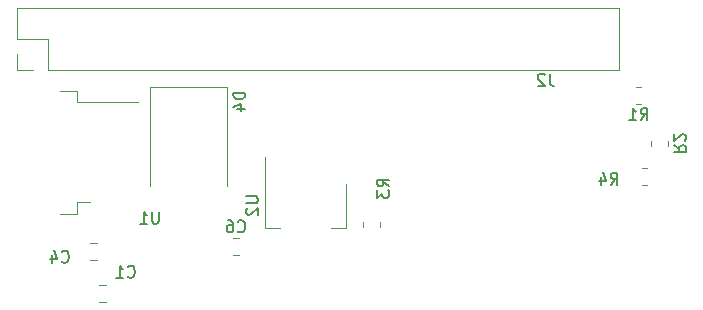
<source format=gbr>
G04 #@! TF.GenerationSoftware,KiCad,Pcbnew,(5.1.9)-1*
G04 #@! TF.CreationDate,2021-08-25T15:57:18+03:00*
G04 #@! TF.ProjectId,ZigbeeShild01,5a696762-6565-4536-9869-6c6430312e6b,rev?*
G04 #@! TF.SameCoordinates,Original*
G04 #@! TF.FileFunction,Legend,Bot*
G04 #@! TF.FilePolarity,Positive*
%FSLAX46Y46*%
G04 Gerber Fmt 4.6, Leading zero omitted, Abs format (unit mm)*
G04 Created by KiCad (PCBNEW (5.1.9)-1) date 2021-08-25 15:57:18*
%MOMM*%
%LPD*%
G01*
G04 APERTURE LIST*
%ADD10C,0.120000*%
%ADD11C,0.150000*%
G04 APERTURE END LIST*
D10*
X72416936Y-38889000D02*
X72871064Y-38889000D01*
X72416936Y-40359000D02*
X72871064Y-40359000D01*
X24613000Y-41842000D02*
X25713000Y-41842000D01*
X24613000Y-42792000D02*
X24613000Y-41842000D01*
X23113000Y-42792000D02*
X24613000Y-42792000D01*
X24613000Y-33342000D02*
X29738000Y-33342000D01*
X24613000Y-32392000D02*
X24613000Y-33342000D01*
X23113000Y-32392000D02*
X24613000Y-32392000D01*
X50265000Y-43460936D02*
X50265000Y-43915064D01*
X48795000Y-43460936D02*
X48795000Y-43915064D01*
X73179000Y-37057064D02*
X73179000Y-36602936D01*
X74649000Y-37057064D02*
X74649000Y-36602936D01*
X71908936Y-32031000D02*
X72363064Y-32031000D01*
X71908936Y-33501000D02*
X72363064Y-33501000D01*
X40532000Y-38000500D02*
X40532000Y-44010500D01*
X47352000Y-40250500D02*
X47352000Y-44010500D01*
X40532000Y-44010500D02*
X41792000Y-44010500D01*
X47352000Y-44010500D02*
X46092000Y-44010500D01*
X38295252Y-46328000D02*
X37772748Y-46328000D01*
X38295252Y-44858000D02*
X37772748Y-44858000D01*
X19536100Y-29273500D02*
X19536100Y-30603500D01*
X19536100Y-30603500D02*
X20866100Y-30603500D01*
X19536100Y-28003500D02*
X22136100Y-28003500D01*
X22136100Y-28003500D02*
X22136100Y-30603500D01*
X22136100Y-30603500D02*
X70456100Y-30603500D01*
X70456100Y-25403500D02*
X70456100Y-30603500D01*
X19536100Y-25403500D02*
X70456100Y-25403500D01*
X19536100Y-25403500D02*
X19536100Y-28003500D01*
X37286000Y-32059000D02*
X30786000Y-32059000D01*
X37286000Y-32059000D02*
X37286000Y-40459000D01*
X30786000Y-32059000D02*
X30786000Y-40459000D01*
X25712748Y-46709000D02*
X26235252Y-46709000D01*
X25712748Y-45239000D02*
X26235252Y-45239000D01*
X26997252Y-48795000D02*
X26474748Y-48795000D01*
X26997252Y-50265000D02*
X26474748Y-50265000D01*
D11*
X69762666Y-40330380D02*
X70096000Y-39854190D01*
X70334095Y-40330380D02*
X70334095Y-39330380D01*
X69953142Y-39330380D01*
X69857904Y-39378000D01*
X69810285Y-39425619D01*
X69762666Y-39520857D01*
X69762666Y-39663714D01*
X69810285Y-39758952D01*
X69857904Y-39806571D01*
X69953142Y-39854190D01*
X70334095Y-39854190D01*
X68905523Y-39663714D02*
X68905523Y-40330380D01*
X69143619Y-39282761D02*
X69381714Y-39997047D01*
X68762666Y-39997047D01*
X31495904Y-42632380D02*
X31495904Y-43441904D01*
X31448285Y-43537142D01*
X31400666Y-43584761D01*
X31305428Y-43632380D01*
X31114952Y-43632380D01*
X31019714Y-43584761D01*
X30972095Y-43537142D01*
X30924476Y-43441904D01*
X30924476Y-42632380D01*
X29924476Y-43632380D02*
X30495904Y-43632380D01*
X30210190Y-43632380D02*
X30210190Y-42632380D01*
X30305428Y-42775238D01*
X30400666Y-42870476D01*
X30495904Y-42918095D01*
X50998380Y-40473333D02*
X50522190Y-40140000D01*
X50998380Y-39901904D02*
X49998380Y-39901904D01*
X49998380Y-40282857D01*
X50046000Y-40378095D01*
X50093619Y-40425714D01*
X50188857Y-40473333D01*
X50331714Y-40473333D01*
X50426952Y-40425714D01*
X50474571Y-40378095D01*
X50522190Y-40282857D01*
X50522190Y-39901904D01*
X49998380Y-40806666D02*
X49998380Y-41425714D01*
X50379333Y-41092380D01*
X50379333Y-41235238D01*
X50426952Y-41330476D01*
X50474571Y-41378095D01*
X50569809Y-41425714D01*
X50807904Y-41425714D01*
X50903142Y-41378095D01*
X50950761Y-41330476D01*
X50998380Y-41235238D01*
X50998380Y-40949523D01*
X50950761Y-40854285D01*
X50903142Y-40806666D01*
X75111619Y-36996666D02*
X75587809Y-37330000D01*
X75111619Y-37568095D02*
X76111619Y-37568095D01*
X76111619Y-37187142D01*
X76064000Y-37091904D01*
X76016380Y-37044285D01*
X75921142Y-36996666D01*
X75778285Y-36996666D01*
X75683047Y-37044285D01*
X75635428Y-37091904D01*
X75587809Y-37187142D01*
X75587809Y-37568095D01*
X76016380Y-36615714D02*
X76064000Y-36568095D01*
X76111619Y-36472857D01*
X76111619Y-36234761D01*
X76064000Y-36139523D01*
X76016380Y-36091904D01*
X75921142Y-36044285D01*
X75825904Y-36044285D01*
X75683047Y-36091904D01*
X75111619Y-36663333D01*
X75111619Y-36044285D01*
X72302666Y-34868380D02*
X72636000Y-34392190D01*
X72874095Y-34868380D02*
X72874095Y-33868380D01*
X72493142Y-33868380D01*
X72397904Y-33916000D01*
X72350285Y-33963619D01*
X72302666Y-34058857D01*
X72302666Y-34201714D01*
X72350285Y-34296952D01*
X72397904Y-34344571D01*
X72493142Y-34392190D01*
X72874095Y-34392190D01*
X71350285Y-34868380D02*
X71921714Y-34868380D01*
X71636000Y-34868380D02*
X71636000Y-33868380D01*
X71731238Y-34011238D01*
X71826476Y-34106476D01*
X71921714Y-34154095D01*
X38894380Y-41338595D02*
X39703904Y-41338595D01*
X39799142Y-41386214D01*
X39846761Y-41433833D01*
X39894380Y-41529071D01*
X39894380Y-41719547D01*
X39846761Y-41814785D01*
X39799142Y-41862404D01*
X39703904Y-41910023D01*
X38894380Y-41910023D01*
X38989619Y-42338595D02*
X38942000Y-42386214D01*
X38894380Y-42481452D01*
X38894380Y-42719547D01*
X38942000Y-42814785D01*
X38989619Y-42862404D01*
X39084857Y-42910023D01*
X39180095Y-42910023D01*
X39322952Y-42862404D01*
X39894380Y-42290976D01*
X39894380Y-42910023D01*
X38200666Y-44270142D02*
X38248285Y-44317761D01*
X38391142Y-44365380D01*
X38486380Y-44365380D01*
X38629238Y-44317761D01*
X38724476Y-44222523D01*
X38772095Y-44127285D01*
X38819714Y-43936809D01*
X38819714Y-43793952D01*
X38772095Y-43603476D01*
X38724476Y-43508238D01*
X38629238Y-43413000D01*
X38486380Y-43365380D01*
X38391142Y-43365380D01*
X38248285Y-43413000D01*
X38200666Y-43460619D01*
X37343523Y-43365380D02*
X37534000Y-43365380D01*
X37629238Y-43413000D01*
X37676857Y-43460619D01*
X37772095Y-43603476D01*
X37819714Y-43793952D01*
X37819714Y-44174904D01*
X37772095Y-44270142D01*
X37724476Y-44317761D01*
X37629238Y-44365380D01*
X37438761Y-44365380D01*
X37343523Y-44317761D01*
X37295904Y-44270142D01*
X37248285Y-44174904D01*
X37248285Y-43936809D01*
X37295904Y-43841571D01*
X37343523Y-43793952D01*
X37438761Y-43746333D01*
X37629238Y-43746333D01*
X37724476Y-43793952D01*
X37772095Y-43841571D01*
X37819714Y-43936809D01*
X64595333Y-30948380D02*
X64595333Y-31662666D01*
X64642952Y-31805523D01*
X64738190Y-31900761D01*
X64881047Y-31948380D01*
X64976285Y-31948380D01*
X64166761Y-31043619D02*
X64119142Y-30996000D01*
X64023904Y-30948380D01*
X63785809Y-30948380D01*
X63690571Y-30996000D01*
X63642952Y-31043619D01*
X63595333Y-31138857D01*
X63595333Y-31234095D01*
X63642952Y-31376952D01*
X64214380Y-31948380D01*
X63595333Y-31948380D01*
X38806380Y-32535904D02*
X37806380Y-32535904D01*
X37806380Y-32774000D01*
X37854000Y-32916857D01*
X37949238Y-33012095D01*
X38044476Y-33059714D01*
X38234952Y-33107333D01*
X38377809Y-33107333D01*
X38568285Y-33059714D01*
X38663523Y-33012095D01*
X38758761Y-32916857D01*
X38806380Y-32774000D01*
X38806380Y-32535904D01*
X38139714Y-33964476D02*
X38806380Y-33964476D01*
X37758761Y-33726380D02*
X38473047Y-33488285D01*
X38473047Y-34107333D01*
X23280666Y-46839142D02*
X23328285Y-46886761D01*
X23471142Y-46934380D01*
X23566380Y-46934380D01*
X23709238Y-46886761D01*
X23804476Y-46791523D01*
X23852095Y-46696285D01*
X23899714Y-46505809D01*
X23899714Y-46362952D01*
X23852095Y-46172476D01*
X23804476Y-46077238D01*
X23709238Y-45982000D01*
X23566380Y-45934380D01*
X23471142Y-45934380D01*
X23328285Y-45982000D01*
X23280666Y-46029619D01*
X22423523Y-46267714D02*
X22423523Y-46934380D01*
X22661619Y-45886761D02*
X22899714Y-46601047D01*
X22280666Y-46601047D01*
X28868666Y-48109142D02*
X28916285Y-48156761D01*
X29059142Y-48204380D01*
X29154380Y-48204380D01*
X29297238Y-48156761D01*
X29392476Y-48061523D01*
X29440095Y-47966285D01*
X29487714Y-47775809D01*
X29487714Y-47632952D01*
X29440095Y-47442476D01*
X29392476Y-47347238D01*
X29297238Y-47252000D01*
X29154380Y-47204380D01*
X29059142Y-47204380D01*
X28916285Y-47252000D01*
X28868666Y-47299619D01*
X27916285Y-48204380D02*
X28487714Y-48204380D01*
X28202000Y-48204380D02*
X28202000Y-47204380D01*
X28297238Y-47347238D01*
X28392476Y-47442476D01*
X28487714Y-47490095D01*
M02*

</source>
